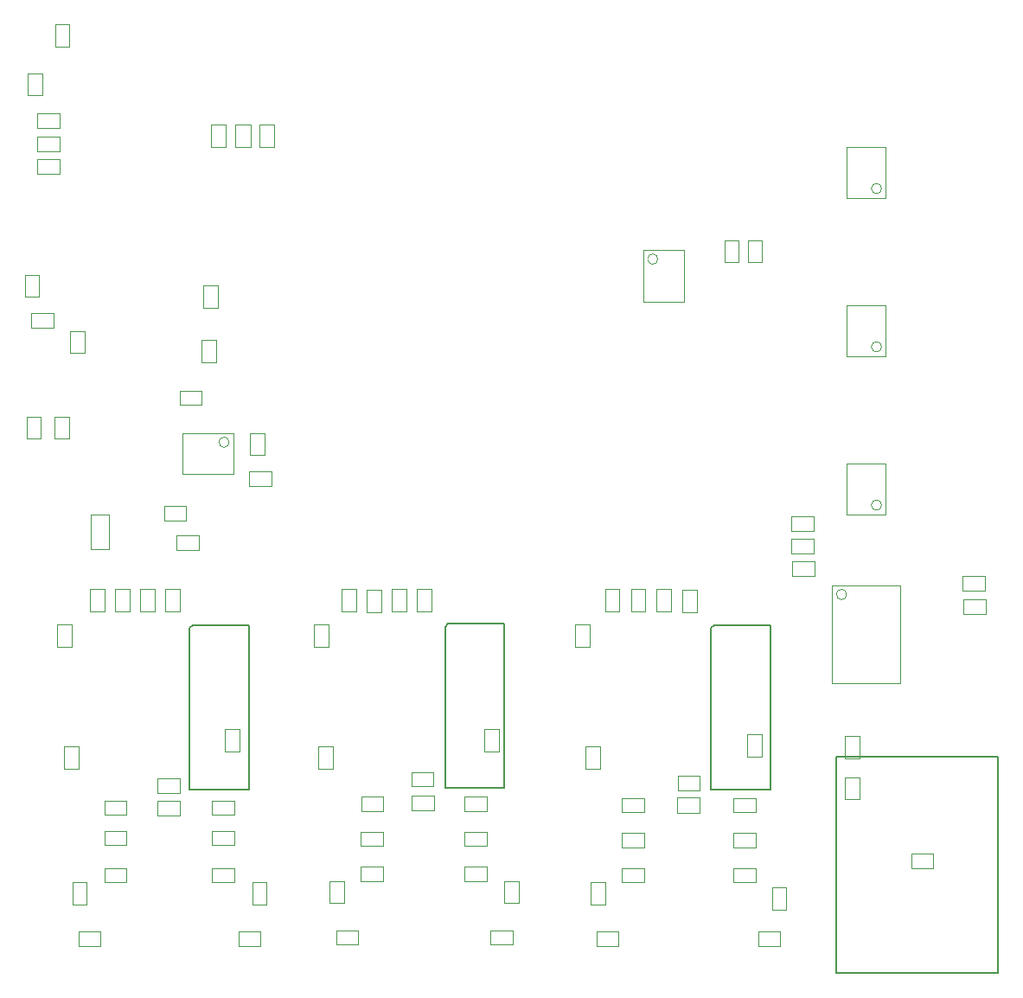
<source format=gbr>
G04 Layer_Color=16711935*
%FSLAX26Y26*%
%MOIN*%
%TF.FileFunction,Other,Mechanical_13*%
%TF.Part,Single*%
G01*
G75*
%TA.AperFunction,NonConductor*%
%ADD66C,0.007874*%
%ADD117C,0.003937*%
D66*
X3173189Y-72323D02*
X3796811D01*
X3173189D02*
Y762323D01*
X3796811D01*
Y-72323D02*
Y762323D01*
X2704000Y1269591D02*
X2921000D01*
X2920000Y1268591D02*
X2921000Y1269591D01*
X2920000Y635591D02*
Y1268591D01*
X2692000Y635591D02*
X2920000D01*
X2692000D02*
Y1257591D01*
X2704000Y1269591D01*
X694000D02*
X911000D01*
X910000Y1268591D02*
X911000Y1269591D01*
X910000Y635591D02*
Y1268591D01*
X682000Y635591D02*
X910000D01*
X682000D02*
Y1257591D01*
X694000Y1269591D01*
X1678370Y1274591D02*
X1895370D01*
X1894370Y1273591D02*
X1895370Y1274591D01*
X1894370Y640591D02*
Y1273591D01*
X1666370Y640591D02*
X1894370D01*
X1666370D02*
Y1262591D01*
X1678370Y1274591D01*
D117*
X833677Y1974307D02*
G03*
X833677Y1974307I-19685J0D01*
G01*
X3213819Y1387559D02*
G03*
X3213819Y1387559I-19685J0D01*
G01*
X2486378Y2679961D02*
G03*
X2486378Y2679961I-19685J0D01*
G01*
X3349055Y2952008D02*
G03*
X3349055Y2952008I-19685J0D01*
G01*
Y2342008D02*
G03*
X3349055Y2342008I-19685J0D01*
G01*
Y1732008D02*
G03*
X3349055Y1732008I-19685J0D01*
G01*
X220441Y2318677D02*
X275559D01*
X220441Y2403323D02*
X275559D01*
X220441Y2318677D02*
Y2403323D01*
X275559Y2318677D02*
Y2403323D01*
X161441Y1987677D02*
X216559D01*
X161441Y2072323D02*
X216559D01*
X161441Y1987677D02*
Y2072323D01*
X216559Y1987677D02*
Y2072323D01*
X53441Y1987677D02*
X108559D01*
X53441Y2072323D02*
X108559D01*
X53441Y1987677D02*
Y2072323D01*
X108559Y1987677D02*
Y2072323D01*
X71677Y2415441D02*
Y2470559D01*
X156323Y2415441D02*
Y2470559D01*
X71677D02*
X156323D01*
X71677Y2415441D02*
X156323D01*
X58441Y3311677D02*
X113559D01*
X58441Y3396323D02*
X113559D01*
X58441Y3311677D02*
Y3396323D01*
X113559Y3311677D02*
Y3396323D01*
X998307Y1806457D02*
Y1863543D01*
X911693Y1806457D02*
Y1863543D01*
Y1806457D02*
X998307D01*
X911693Y1863543D02*
X998307D01*
X652575Y2009740D02*
X849425D01*
X652575Y1852260D02*
X849425D01*
Y2009740D01*
X652575Y1852260D02*
Y2009740D01*
X582677Y1673441D02*
Y1728559D01*
X667323Y1673441D02*
Y1728559D01*
X582677D02*
X667323D01*
X582677Y1673441D02*
X667323D01*
X631677Y1560441D02*
Y1615559D01*
X716323Y1560441D02*
Y1615559D01*
X631677D02*
X716323D01*
X631677Y1560441D02*
X716323D01*
X369449Y1562055D02*
Y1693945D01*
X300551Y1562055D02*
Y1693945D01*
X369449D01*
X300551Y1562055D02*
X369449D01*
X46441Y2534677D02*
X101559D01*
X46441Y2619323D02*
X101559D01*
X46441Y2534677D02*
Y2619323D01*
X101559Y2534677D02*
Y2619323D01*
X181307Y3008457D02*
Y3065543D01*
X94693Y3008457D02*
Y3065543D01*
Y3008457D02*
X181307D01*
X94693Y3065543D02*
X181307D01*
Y3096457D02*
Y3153543D01*
X94693Y3096457D02*
Y3153543D01*
Y3096457D02*
X181307D01*
X94693Y3153543D02*
X181307D01*
Y3184457D02*
Y3241543D01*
X94693Y3184457D02*
Y3241543D01*
Y3184457D02*
X181307D01*
X94693Y3241543D02*
X181307D01*
X764457Y3112693D02*
X821543D01*
X764457Y3199307D02*
X821543D01*
X764457Y3112693D02*
Y3199307D01*
X821543Y3112693D02*
Y3199307D01*
X858457Y3112693D02*
X915543D01*
X858457Y3199307D02*
X915543D01*
X858457Y3112693D02*
Y3199307D01*
X915543Y3112693D02*
Y3199307D01*
X950457Y3112693D02*
X1007543D01*
X950457Y3199307D02*
X1007543D01*
X950457Y3112693D02*
Y3199307D01*
X1007543Y3112693D02*
Y3199307D01*
X915441Y2009323D02*
X970559D01*
X915441Y1924677D02*
X970559D01*
Y2009323D01*
X915441Y1924677D02*
Y2009323D01*
X643677Y2117441D02*
Y2172559D01*
X728323Y2117441D02*
Y2172559D01*
X643677D02*
X728323D01*
X643677Y2117441D02*
X728323D01*
X3002693Y1459457D02*
Y1516543D01*
X3089307Y1459457D02*
Y1516543D01*
X3002693D02*
X3089307D01*
X3002693Y1459457D02*
X3089307D01*
X3001693Y1631457D02*
Y1688543D01*
X3088307Y1631457D02*
Y1688543D01*
X3001693D02*
X3088307D01*
X3001693Y1631457D02*
X3088307D01*
X3001693Y1546457D02*
Y1603543D01*
X3088307Y1546457D02*
Y1603543D01*
X3001693D02*
X3088307D01*
X3001693Y1546457D02*
X3088307D01*
X726457Y2282693D02*
X783543D01*
X726457Y2369307D02*
X783543D01*
X726457Y2282693D02*
Y2369307D01*
X783543Y2282693D02*
Y2369307D01*
X3158701Y1047008D02*
X3421299D01*
X3158701Y1422992D02*
X3421299D01*
Y1047008D02*
Y1422992D01*
X3158701Y1047008D02*
Y1422992D01*
X3750709Y1311457D02*
Y1368543D01*
X3664094Y1311457D02*
Y1368543D01*
Y1311457D02*
X3750709D01*
X3664094Y1368543D02*
X3750709D01*
X3748307Y1401457D02*
Y1458543D01*
X3661693Y1401457D02*
Y1458543D01*
Y1401457D02*
X3748307D01*
X3661693Y1458543D02*
X3748307D01*
X3206457Y843307D02*
X3263543D01*
X3206457Y756693D02*
X3263543D01*
Y843307D01*
X3206457Y756693D02*
Y843307D01*
X3207441Y682323D02*
X3262559D01*
X3207441Y597677D02*
X3262559D01*
Y682323D01*
X3207441Y597677D02*
Y682323D01*
X162441Y3584323D02*
X217559D01*
X162441Y3499677D02*
X217559D01*
Y3584323D01*
X162441Y3499677D02*
Y3584323D01*
X735441Y2493677D02*
X790559D01*
X735441Y2578323D02*
X790559D01*
X735441Y2493677D02*
Y2578323D01*
X790559Y2493677D02*
Y2578323D01*
X3547323Y332441D02*
Y387559D01*
X3462677Y332441D02*
Y387559D01*
Y332441D02*
X3547323D01*
X3462677Y387559D02*
X3547323D01*
X2581457Y1320281D02*
X2638543D01*
X2581457Y1406895D02*
X2638543D01*
X2581457Y1320281D02*
Y1406895D01*
X2638543Y1320281D02*
Y1406895D01*
X2482081Y1322677D02*
X2537199D01*
X2482081Y1407323D02*
X2537199D01*
X2482081Y1322677D02*
Y1407323D01*
X2537199Y1322677D02*
Y1407323D01*
X2382261Y1322677D02*
X2437379D01*
X2382261Y1407323D02*
X2437379D01*
X2382261Y1322677D02*
Y1407323D01*
X2437379Y1322677D02*
Y1407323D01*
X2282441Y1407323D02*
X2337559D01*
X2282441Y1322677D02*
X2337559D01*
Y1407323D01*
X2282441Y1322677D02*
Y1407323D01*
X2166457Y1273307D02*
X2223543D01*
X2166457Y1186693D02*
X2223543D01*
Y1273307D01*
X2166457Y1186693D02*
Y1273307D01*
X587441Y1407323D02*
X642559D01*
X587441Y1322677D02*
X642559D01*
Y1407323D01*
X587441Y1322677D02*
Y1407323D01*
X490774Y1322677D02*
X545892D01*
X490774Y1407323D02*
X545892D01*
X490774Y1322677D02*
Y1407323D01*
X545892Y1322677D02*
Y1407323D01*
X393663Y1323105D02*
X450749D01*
X393663Y1409719D02*
X450749D01*
X393663Y1323105D02*
Y1409719D01*
X450749Y1323105D02*
Y1409719D01*
X642323Y622441D02*
Y677559D01*
X557677Y622441D02*
Y677559D01*
Y622441D02*
X642323D01*
X557677Y677559D02*
X642323D01*
X196457Y803307D02*
X253543D01*
X196457Y716693D02*
X253543D01*
Y803307D01*
X196457Y716693D02*
Y803307D01*
X852323Y538508D02*
Y593626D01*
X767677Y538508D02*
Y593626D01*
Y538508D02*
X852323D01*
X767677Y593626D02*
X852323D01*
X767677Y421374D02*
Y476492D01*
X852323Y421374D02*
Y476492D01*
X767677D02*
X852323D01*
X767677Y421374D02*
X852323D01*
X352677Y538508D02*
Y593626D01*
X437323Y538508D02*
Y593626D01*
X352677D02*
X437323D01*
X352677Y538508D02*
X437323D01*
X437323Y421374D02*
Y476492D01*
X352677Y421374D02*
Y476492D01*
Y421374D02*
X437323D01*
X352677Y476492D02*
X437323D01*
X352677Y277441D02*
Y332559D01*
X437323Y277441D02*
Y332559D01*
X352677D02*
X437323D01*
X352677Y277441D02*
X437323D01*
X852323Y277441D02*
Y332559D01*
X767677Y277441D02*
Y332559D01*
Y277441D02*
X852323D01*
X767677Y332559D02*
X852323D01*
X922303Y192677D02*
X977421D01*
X922303Y277323D02*
X977421D01*
X922303Y192677D02*
Y277323D01*
X977421Y192677D02*
Y277323D01*
X870138Y32441D02*
Y87559D01*
X954784Y32441D02*
Y87559D01*
X870138D02*
X954784D01*
X870138Y32441D02*
X954784D01*
X229901Y192677D02*
X285020D01*
X229901Y277323D02*
X285020D01*
X229901Y192677D02*
Y277323D01*
X285020Y192677D02*
Y277323D01*
X337185Y32441D02*
Y87559D01*
X252539Y32441D02*
Y87559D01*
Y32441D02*
X337185D01*
X252539Y87559D02*
X337185D01*
X1267441Y1322677D02*
X1322559D01*
X1267441Y1407323D02*
X1322559D01*
X1267441Y1322677D02*
Y1407323D01*
X1322559Y1322677D02*
Y1407323D01*
X1363663Y1320281D02*
X1420749D01*
X1363663Y1406895D02*
X1420749D01*
X1363663Y1320281D02*
Y1406895D01*
X1420749Y1320281D02*
Y1406895D01*
X1557441Y1407323D02*
X1612559D01*
X1557441Y1322677D02*
X1612559D01*
Y1407323D01*
X1557441Y1322677D02*
Y1407323D01*
X1460774Y1322677D02*
X1515892D01*
X1460774Y1407323D02*
X1515892D01*
X1460774Y1322677D02*
Y1407323D01*
X1515892Y1322677D02*
Y1407323D01*
X297441Y1322677D02*
X352559D01*
X297441Y1407323D02*
X352559D01*
X297441Y1322677D02*
Y1407323D01*
X352559Y1322677D02*
Y1407323D01*
X2206457Y803307D02*
X2263543D01*
X2206457Y716693D02*
X2263543D01*
Y803307D01*
X2206457Y716693D02*
Y803307D01*
X1176457D02*
X1233543D01*
X1176457Y716693D02*
X1233543D01*
Y803307D01*
X1176457Y716693D02*
Y803307D01*
X171457Y1273307D02*
X228543D01*
X171457Y1186693D02*
X228543D01*
Y1273307D01*
X171457Y1186693D02*
Y1273307D01*
X2347677Y547441D02*
Y602559D01*
X2432323Y547441D02*
Y602559D01*
X2347677D02*
X2432323D01*
X2347677Y547441D02*
X2432323D01*
X2432323Y412441D02*
Y467559D01*
X2347677Y412441D02*
Y467559D01*
Y412441D02*
X2432323D01*
X2347677Y467559D02*
X2432323D01*
X2347677Y277441D02*
Y332559D01*
X2432323Y277441D02*
Y332559D01*
X2347677D02*
X2432323D01*
X2347677Y277441D02*
X2432323D01*
X2227441Y192677D02*
X2282559D01*
X2227441Y277323D02*
X2282559D01*
X2227441Y192677D02*
Y277323D01*
X2282559Y192677D02*
Y277323D01*
X2334724Y32441D02*
Y87559D01*
X2250079Y32441D02*
Y87559D01*
Y32441D02*
X2334724D01*
X2250079Y87559D02*
X2334724D01*
X2862323Y547441D02*
Y602559D01*
X2777677Y547441D02*
Y602559D01*
Y547441D02*
X2862323D01*
X2777677Y602559D02*
X2862323D01*
X2777677Y412441D02*
Y467559D01*
X2862323Y412441D02*
Y467559D01*
X2777677D02*
X2862323D01*
X2777677Y412441D02*
X2862323D01*
X2862323Y277441D02*
Y332559D01*
X2777677Y277441D02*
Y332559D01*
Y277441D02*
X2862323D01*
X2777677Y332559D02*
X2862323D01*
X2926811Y172677D02*
X2981929D01*
X2926811Y257323D02*
X2981929D01*
X2926811Y172677D02*
Y257323D01*
X2981929Y172677D02*
Y257323D01*
X2872677Y32441D02*
Y87559D01*
X2957323Y32441D02*
Y87559D01*
X2872677D02*
X2957323D01*
X2872677Y32441D02*
X2957323D01*
X2647323Y632441D02*
Y687559D01*
X2562677Y632441D02*
Y687559D01*
Y632441D02*
X2647323D01*
X2562677Y687559D02*
X2647323D01*
X2646895Y546996D02*
Y604083D01*
X2560281Y546996D02*
Y604083D01*
Y546996D02*
X2646895D01*
X2560281Y604083D02*
X2646895D01*
X2831457Y848307D02*
X2888543D01*
X2831457Y761693D02*
X2888543D01*
Y848307D01*
X2831457Y761693D02*
Y848307D01*
X816457Y868307D02*
X873543D01*
X816457Y781693D02*
X873543D01*
Y868307D01*
X816457Y781693D02*
Y868307D01*
X643307Y536457D02*
Y593543D01*
X556693Y536457D02*
Y593543D01*
Y536457D02*
X643307D01*
X556693Y593543D02*
X643307D01*
X1161457Y1273307D02*
X1218543D01*
X1161457Y1186693D02*
X1218543D01*
Y1273307D01*
X1161457Y1186693D02*
Y1273307D01*
X1622677Y556457D02*
Y613543D01*
X1536063Y556457D02*
Y613543D01*
Y556457D02*
X1622677D01*
X1536063Y613543D02*
X1622677D01*
X1815827Y868307D02*
X1872913D01*
X1815827Y781693D02*
X1872913D01*
Y868307D01*
X1815827Y781693D02*
Y868307D01*
X1331693Y37441D02*
Y92559D01*
X1247047Y37441D02*
Y92559D01*
Y37441D02*
X1331693D01*
X1247047Y92559D02*
X1331693D01*
X1221811Y197677D02*
X1276929D01*
X1221811Y282323D02*
X1276929D01*
X1221811Y197677D02*
Y282323D01*
X1276929Y197677D02*
Y282323D01*
X1342047Y282441D02*
Y337559D01*
X1426693Y282441D02*
Y337559D01*
X1342047D02*
X1426693D01*
X1342047Y282441D02*
X1426693D01*
X1426693Y417441D02*
Y472559D01*
X1342047Y417441D02*
Y472559D01*
Y417441D02*
X1426693D01*
X1342047Y472559D02*
X1426693D01*
X1342677Y552441D02*
Y607559D01*
X1427323Y552441D02*
Y607559D01*
X1342677D02*
X1427323D01*
X1342677Y552441D02*
X1427323D01*
X1842047Y37441D02*
Y92559D01*
X1926693Y37441D02*
Y92559D01*
X1842047D02*
X1926693D01*
X1842047Y37441D02*
X1926693D01*
X1894213Y197677D02*
X1949331D01*
X1894213Y282323D02*
X1949331D01*
X1894213Y197677D02*
Y282323D01*
X1949331Y197677D02*
Y282323D01*
X1826693Y552441D02*
Y607559D01*
X1742047Y552441D02*
Y607559D01*
Y552441D02*
X1826693D01*
X1742047Y607559D02*
X1826693D01*
X1742047Y417441D02*
Y472559D01*
X1826693Y417441D02*
Y472559D01*
X1742047D02*
X1826693D01*
X1742047Y417441D02*
X1826693D01*
X1826693Y282441D02*
Y337559D01*
X1742047Y282441D02*
Y337559D01*
Y282441D02*
X1826693D01*
X1742047Y337559D02*
X1826693D01*
X1621693Y647441D02*
Y702559D01*
X1537047Y647441D02*
Y702559D01*
Y647441D02*
X1621693D01*
X1537047Y702559D02*
X1621693D01*
X2431260Y2514606D02*
X2588740D01*
X2431260Y2715394D02*
X2588740D01*
Y2514606D02*
Y2715394D01*
X2431260Y2514606D02*
Y2715394D01*
X2742441Y2667677D02*
X2797559D01*
X2742441Y2752323D02*
X2797559D01*
X2742441Y2667677D02*
Y2752323D01*
X2797559Y2667677D02*
Y2752323D01*
X2832441Y2667677D02*
X2887559D01*
X2832441Y2752323D02*
X2887559D01*
X2832441Y2667677D02*
Y2752323D01*
X2887559Y2667677D02*
Y2752323D01*
X3215197Y3113425D02*
X3364803D01*
X3215197Y2916575D02*
X3364803D01*
X3215197D02*
Y3113425D01*
X3364803Y2916575D02*
Y3113425D01*
X3215197Y2503425D02*
X3364803D01*
X3215197Y2306575D02*
X3364803D01*
X3215197D02*
Y2503425D01*
X3364803Y2306575D02*
Y2503425D01*
X3215197Y1893425D02*
X3364803D01*
X3215197Y1696575D02*
X3364803D01*
X3215197D02*
Y1893425D01*
X3364803Y1696575D02*
Y1893425D01*
%TF.MD5,49b6e642e433925b9543f4eafea9528d*%
M02*

</source>
